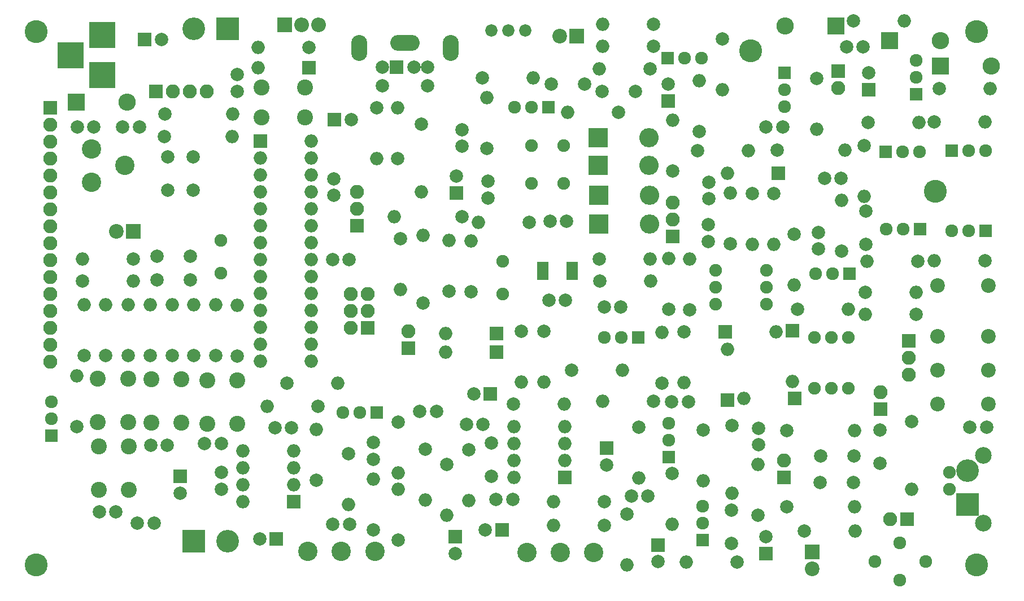
<source format=gbr>
G04 #@! TF.FileFunction,Soldermask,Top*
%FSLAX46Y46*%
G04 Gerber Fmt 4.6, Leading zero omitted, Abs format (unit mm)*
G04 Created by KiCad (PCBNEW 4.0.7) date 12/25/21 23:08:01*
%MOMM*%
%LPD*%
G01*
G04 APERTURE LIST*
%ADD10C,0.100000*%
%ADD11C,2.000000*%
%ADD12O,2.000000X2.000000*%
%ADD13R,2.000000X2.000000*%
%ADD14C,1.920000*%
%ADD15R,1.920000X1.920000*%
%ADD16C,2.900000*%
%ADD17R,2.100000X2.100000*%
%ADD18O,2.100000X2.100000*%
%ADD19R,2.600000X2.600000*%
%ADD20O,2.600000X2.600000*%
%ADD21R,2.200000X2.200000*%
%ADD22C,2.200000*%
%ADD23R,2.900000X2.900000*%
%ADD24O,2.900000X2.900000*%
%ADD25R,3.400000X3.400000*%
%ADD26C,3.400000*%
%ADD27R,3.900000X3.900000*%
%ADD28C,3.448000*%
%ADD29C,2.400000*%
%ADD30O,2.200000X2.200000*%
%ADD31C,1.900000*%
%ADD32R,1.800000X0.700000*%
%ADD33C,2.500000*%
%ADD34C,1.924000*%
%ADD35O,2.400000X3.900000*%
%ADD36O,4.400000X2.400000*%
%ADD37C,1.840000*%
G04 APERTURE END LIST*
D10*
D11*
X180435000Y-69295000D03*
D12*
X188055000Y-69295000D03*
D11*
X124405000Y-101045000D03*
X121905000Y-101045000D03*
X75185000Y-67215000D03*
X75185000Y-69715000D03*
D13*
X89795000Y-73985000D03*
D11*
X92295000Y-73985000D03*
X82645000Y-113545000D03*
D12*
X90265000Y-113545000D03*
D11*
X162335000Y-90895000D03*
X162335000Y-93395000D03*
D14*
X164415000Y-97115000D03*
X161875000Y-97115000D03*
D15*
X166955000Y-97115000D03*
D11*
X156155000Y-78535000D03*
D12*
X166315000Y-78535000D03*
D11*
X149145000Y-92595000D03*
D12*
X149145000Y-84975000D03*
D11*
X179715000Y-74335000D03*
D12*
X187335000Y-74335000D03*
D11*
X187305000Y-95105000D03*
D12*
X179685000Y-95105000D03*
D13*
X124300000Y-127650000D03*
D12*
X116680000Y-120030000D03*
X124300000Y-125110000D03*
X116680000Y-122570000D03*
X124300000Y-122570000D03*
X116680000Y-125110000D03*
X124300000Y-120030000D03*
X116680000Y-127650000D03*
D16*
X123650000Y-138875000D03*
X118650000Y-138875000D03*
X128650000Y-138875000D03*
D11*
X117825000Y-105700000D03*
D12*
X117825000Y-113320000D03*
D13*
X158800000Y-115775000D03*
D12*
X151180000Y-115775000D03*
D17*
X140475000Y-91525000D03*
D18*
X140475000Y-88985000D03*
X140475000Y-86445000D03*
D11*
X118975000Y-89350000D03*
D12*
X111355000Y-89350000D03*
D11*
X121175000Y-105700000D03*
D12*
X121175000Y-113320000D03*
D11*
X80850000Y-120200000D03*
X83350000Y-120200000D03*
X89485000Y-94995000D03*
X91985000Y-94995000D03*
D13*
X61325000Y-61915000D03*
D11*
X63825000Y-61915000D03*
X68595000Y-79515000D03*
X68595000Y-84515000D03*
X64825000Y-79515000D03*
X64825000Y-84515000D03*
X89725000Y-82825000D03*
X89725000Y-85325000D03*
X63145000Y-94495000D03*
X68145000Y-94495000D03*
X63155000Y-98045000D03*
X68155000Y-98045000D03*
X70325000Y-122575000D03*
X72825000Y-122575000D03*
X62215000Y-122795000D03*
X64715000Y-122795000D03*
D13*
X108075000Y-84965000D03*
D11*
X108075000Y-82465000D03*
X112825000Y-85725000D03*
X112825000Y-83225000D03*
D13*
X81050000Y-136900000D03*
D11*
X78550000Y-136900000D03*
X62725000Y-134535000D03*
X60225000Y-134535000D03*
X54535000Y-132815000D03*
X57035000Y-132815000D03*
D13*
X66665000Y-127495000D03*
D11*
X66665000Y-129995000D03*
X127265000Y-68645000D03*
X122265000Y-68645000D03*
X129875000Y-69725000D03*
X134875000Y-69725000D03*
X163225000Y-82785000D03*
X165725000Y-82785000D03*
X116500000Y-130975000D03*
X114000000Y-130975000D03*
X187525000Y-120125000D03*
X185025000Y-120125000D03*
X162650000Y-124450000D03*
X167650000Y-124450000D03*
X171525000Y-120550000D03*
X171525000Y-125550000D03*
X162575000Y-128425000D03*
X167575000Y-128425000D03*
X102575000Y-117700000D03*
X105075000Y-117700000D03*
X89550000Y-134650000D03*
X92050000Y-134650000D03*
X113325000Y-122500000D03*
X113325000Y-127500000D03*
D19*
X51045000Y-71325000D03*
D20*
X58665000Y-71325000D03*
D13*
X85935000Y-66145000D03*
D12*
X78315000Y-66145000D03*
D21*
X59635000Y-90705000D03*
D22*
X57095000Y-90705000D03*
D23*
X129275000Y-76675000D03*
D24*
X136895000Y-76675000D03*
D23*
X129350000Y-85350000D03*
D24*
X136970000Y-85350000D03*
D23*
X129300000Y-80800000D03*
D24*
X136920000Y-80800000D03*
D23*
X129375000Y-89600000D03*
D24*
X136995000Y-89600000D03*
D25*
X73735000Y-60295000D03*
D26*
X68655000Y-60295000D03*
D27*
X54955000Y-67305000D03*
X54955000Y-61305000D03*
X50255000Y-64305000D03*
D28*
X45025000Y-60775000D03*
X45025000Y-140775000D03*
D17*
X63025000Y-69775000D03*
D18*
X65565000Y-69775000D03*
X68105000Y-69775000D03*
X70645000Y-69775000D03*
D28*
X186025000Y-140775000D03*
X186025000Y-60775000D03*
D25*
X68695000Y-137195000D03*
D26*
X73775000Y-137195000D03*
D11*
X64315000Y-76545000D03*
D12*
X74475000Y-76545000D03*
D11*
X64355000Y-73135000D03*
D12*
X74515000Y-73135000D03*
D11*
X108935000Y-88515000D03*
D12*
X98775000Y-88515000D03*
D11*
X102815000Y-74625000D03*
D12*
X102815000Y-84785000D03*
D11*
X176300000Y-119225000D03*
D12*
X176300000Y-129385000D03*
D11*
X157550000Y-132025000D03*
D12*
X167710000Y-132025000D03*
D11*
X103075000Y-101475000D03*
D12*
X103075000Y-91315000D03*
D14*
X144950000Y-134485000D03*
X144950000Y-131945000D03*
D15*
X144950000Y-137025000D03*
D14*
X119310000Y-72125000D03*
X116770000Y-72125000D03*
D15*
X121850000Y-72125000D03*
D14*
X174945000Y-78755000D03*
X177485000Y-78755000D03*
D15*
X172405000Y-78755000D03*
D14*
X93585000Y-117900000D03*
X91045000Y-117900000D03*
D15*
X96125000Y-117900000D03*
D16*
X90825000Y-138750000D03*
X85825000Y-138750000D03*
X95825000Y-138750000D03*
D29*
X78825000Y-73615000D03*
X78825000Y-69115000D03*
X85325000Y-73615000D03*
X85325000Y-69115000D03*
X70745000Y-113075000D03*
X75245000Y-113075000D03*
X70745000Y-119575000D03*
X75245000Y-119575000D03*
X54325000Y-112815000D03*
X58825000Y-112815000D03*
X54325000Y-119315000D03*
X58825000Y-119315000D03*
X54445000Y-122985000D03*
X58945000Y-122985000D03*
X54445000Y-129485000D03*
X58945000Y-129485000D03*
X62365000Y-112925000D03*
X66865000Y-112925000D03*
X62365000Y-119425000D03*
X66865000Y-119425000D03*
D21*
X82295000Y-59705000D03*
D30*
X84835000Y-59705000D03*
X87375000Y-59705000D03*
D31*
X72775000Y-92125000D03*
X72775000Y-97005000D03*
X119300000Y-83525000D03*
X124180000Y-83525000D03*
D13*
X78675000Y-77165000D03*
D12*
X86295000Y-110185000D03*
X78675000Y-79705000D03*
X86295000Y-107645000D03*
X78675000Y-82245000D03*
X86295000Y-105105000D03*
X78675000Y-84785000D03*
X86295000Y-102565000D03*
X78675000Y-87325000D03*
X86295000Y-100025000D03*
X78675000Y-89865000D03*
X86295000Y-97485000D03*
X78675000Y-92405000D03*
X86295000Y-94945000D03*
X78675000Y-94945000D03*
X86295000Y-92405000D03*
X78675000Y-97485000D03*
X86295000Y-89865000D03*
X78675000Y-100025000D03*
X86295000Y-87325000D03*
X78675000Y-102565000D03*
X86295000Y-84785000D03*
X78675000Y-105105000D03*
X86295000Y-82245000D03*
X78675000Y-107645000D03*
X86295000Y-79705000D03*
X78675000Y-110185000D03*
X86295000Y-77165000D03*
D17*
X94735000Y-105175000D03*
D18*
X92195000Y-105175000D03*
X94735000Y-102635000D03*
X92195000Y-102635000D03*
X94735000Y-100095000D03*
X92195000Y-100095000D03*
D11*
X72815000Y-126905000D03*
X72815000Y-129405000D03*
D13*
X83675000Y-131325000D03*
D12*
X76055000Y-123705000D03*
X83675000Y-128785000D03*
X76055000Y-126245000D03*
X83675000Y-126245000D03*
X76055000Y-128785000D03*
X83675000Y-123705000D03*
X76055000Y-131325000D03*
D14*
X184855000Y-90665000D03*
X182315000Y-90665000D03*
D15*
X187395000Y-90665000D03*
D14*
X175015000Y-90385000D03*
X172475000Y-90385000D03*
D15*
X177555000Y-90385000D03*
D14*
X184815000Y-78635000D03*
X187355000Y-78635000D03*
D15*
X182275000Y-78635000D03*
D13*
X139775000Y-71150000D03*
D11*
X139775000Y-68650000D03*
D16*
X58385000Y-80835000D03*
X53345000Y-83335000D03*
X53345000Y-78335000D03*
D17*
X47175000Y-72185000D03*
D18*
X47175000Y-74725000D03*
X47175000Y-77265000D03*
X47175000Y-79805000D03*
X47175000Y-82345000D03*
X47175000Y-84885000D03*
X47175000Y-87425000D03*
X47175000Y-89965000D03*
X47175000Y-92505000D03*
X47175000Y-95045000D03*
X47175000Y-97585000D03*
X47175000Y-100125000D03*
X47175000Y-102665000D03*
X47175000Y-105205000D03*
X47175000Y-107745000D03*
X47175000Y-110285000D03*
D11*
X51205000Y-75075000D03*
X53705000Y-75075000D03*
D17*
X100855000Y-108285000D03*
D18*
X100855000Y-105745000D03*
D11*
X85995000Y-63155000D03*
D12*
X78375000Y-63155000D03*
D11*
X52005000Y-98225000D03*
D12*
X59625000Y-98225000D03*
D11*
X65465000Y-109385000D03*
D12*
X65465000Y-101765000D03*
D11*
X59625000Y-94855000D03*
D12*
X52005000Y-94855000D03*
D11*
X75215000Y-109415000D03*
D12*
X75215000Y-101795000D03*
D11*
X99685000Y-91845000D03*
D12*
X99685000Y-99465000D03*
D11*
X147905000Y-61835000D03*
D12*
X147905000Y-69455000D03*
D11*
X137100000Y-66350000D03*
D12*
X129480000Y-66350000D03*
D11*
X87100000Y-128100000D03*
D12*
X87100000Y-120480000D03*
D11*
X62165000Y-109355000D03*
D12*
X62165000Y-101735000D03*
D11*
X55495000Y-109345000D03*
D12*
X55495000Y-101725000D03*
D11*
X144435000Y-75735000D03*
D12*
X144435000Y-68115000D03*
D11*
X112600000Y-78275000D03*
D12*
X112600000Y-70655000D03*
D11*
X111975000Y-67700000D03*
D12*
X119595000Y-67700000D03*
D11*
X132325000Y-72875000D03*
D12*
X124705000Y-72875000D03*
D11*
X153275000Y-133350000D03*
D12*
X153275000Y-125730000D03*
D11*
X109950000Y-123475000D03*
D12*
X109950000Y-131095000D03*
D11*
X103375000Y-123375000D03*
D12*
X103375000Y-130995000D03*
D11*
X106600000Y-125700000D03*
D12*
X106600000Y-133320000D03*
D11*
X71955000Y-109365000D03*
D12*
X71955000Y-101745000D03*
D11*
X87345000Y-116955000D03*
D12*
X79725000Y-116955000D03*
D11*
X95575000Y-135500000D03*
D12*
X95575000Y-127880000D03*
D11*
X68675000Y-109385000D03*
D12*
X68675000Y-101765000D03*
D11*
X91850000Y-124050000D03*
D12*
X91850000Y-131670000D03*
D11*
X99300000Y-137050000D03*
D12*
X99300000Y-129430000D03*
D11*
X130275000Y-131300000D03*
D12*
X122655000Y-131300000D03*
D11*
X169795000Y-74375000D03*
D12*
X177415000Y-74375000D03*
D11*
X177225000Y-95245000D03*
D12*
X169605000Y-95245000D03*
D11*
X52275000Y-109325000D03*
D12*
X52275000Y-101705000D03*
D11*
X58825000Y-109345000D03*
D12*
X58825000Y-101725000D03*
D11*
X99325000Y-119375000D03*
D12*
X99325000Y-126995000D03*
D11*
X60545000Y-75055000D03*
X58045000Y-75055000D03*
D17*
X171675000Y-117375000D03*
D18*
X171675000Y-114835000D03*
D11*
X112050000Y-119725000D03*
X109550000Y-119725000D03*
D13*
X114035000Y-106075000D03*
D12*
X106415000Y-106075000D03*
D13*
X114025000Y-108855000D03*
D12*
X106405000Y-108855000D03*
D11*
X110255000Y-99755000D03*
D12*
X110255000Y-92135000D03*
D11*
X106925000Y-99715000D03*
D12*
X106925000Y-92095000D03*
D11*
X129500000Y-94900000D03*
D12*
X137120000Y-94900000D03*
D11*
X129550000Y-98175000D03*
D12*
X137170000Y-98175000D03*
D32*
X121025000Y-95675000D03*
X121025000Y-96175000D03*
X121025000Y-96675000D03*
X121025000Y-97175000D03*
X121025000Y-97675000D03*
X125425000Y-97675000D03*
X125425000Y-97175000D03*
X125425000Y-96675000D03*
X125425000Y-96175000D03*
X125425000Y-95675000D03*
D31*
X115000000Y-95225000D03*
X115000000Y-100105000D03*
D11*
X157575000Y-120625000D03*
D12*
X167735000Y-120625000D03*
D31*
X181945000Y-129425000D03*
X181945000Y-126885000D03*
D33*
X187025000Y-124345000D03*
X187025000Y-134505000D03*
D25*
X184673000Y-131711000D03*
D26*
X184673000Y-126631000D03*
D19*
X180605000Y-65885000D03*
D20*
X188225000Y-65885000D03*
D22*
X187775000Y-106465000D03*
X187775000Y-116625000D03*
X187775000Y-111545000D03*
X180175000Y-111545000D03*
X180175000Y-106465000D03*
X180175000Y-116625000D03*
X187775000Y-98845000D03*
X180175000Y-98845000D03*
D11*
X140350000Y-116275000D03*
X142850000Y-116275000D03*
D13*
X158450000Y-105625000D03*
D12*
X158450000Y-113245000D03*
D13*
X148325000Y-105800000D03*
D12*
X155945000Y-105800000D03*
D13*
X148675000Y-116050000D03*
D12*
X148675000Y-108430000D03*
D11*
X137575000Y-116250000D03*
D12*
X129955000Y-116250000D03*
D11*
X150100000Y-140325000D03*
D12*
X142480000Y-140325000D03*
D11*
X176985000Y-103165000D03*
D12*
X169365000Y-103165000D03*
D13*
X169875000Y-69455000D03*
D11*
X169875000Y-66955000D03*
D19*
X172975000Y-62105000D03*
D20*
X180595000Y-62105000D03*
D14*
X157275000Y-69445000D03*
X157275000Y-71985000D03*
D15*
X157275000Y-66905000D03*
D11*
X167585000Y-59145000D03*
D12*
X175205000Y-59145000D03*
D17*
X93115000Y-89915000D03*
D18*
X93115000Y-87375000D03*
X93115000Y-84835000D03*
D17*
X165265000Y-66695000D03*
D18*
X165265000Y-69235000D03*
D11*
X169345000Y-99885000D03*
D12*
X176965000Y-99885000D03*
D13*
X107900000Y-136550000D03*
D11*
X107900000Y-139050000D03*
D13*
X113155000Y-115105000D03*
D11*
X110655000Y-115105000D03*
D31*
X166815000Y-106615000D03*
X166815000Y-114235000D03*
X164275000Y-106615000D03*
X164275000Y-114235000D03*
X161735000Y-106615000D03*
X161735000Y-114235000D03*
X154545000Y-101645000D03*
X146925000Y-101645000D03*
X154545000Y-99105000D03*
X146925000Y-99105000D03*
X154545000Y-96565000D03*
X146925000Y-96565000D03*
D17*
X175585000Y-133925000D03*
D18*
X173045000Y-133925000D03*
D34*
X178375000Y-140285000D03*
X170755000Y-140285000D03*
X174501500Y-137491000D03*
X174501500Y-143079000D03*
D21*
X161405000Y-138815000D03*
D22*
X161405000Y-141355000D03*
D11*
X160200000Y-135675000D03*
D12*
X167820000Y-135675000D03*
D17*
X157135000Y-127605000D03*
D18*
X157135000Y-125065000D03*
D13*
X156295000Y-81975000D03*
D12*
X148675000Y-81975000D03*
D11*
X159175000Y-102425000D03*
D12*
X166795000Y-102425000D03*
D11*
X108900000Y-75475000D03*
X108900000Y-77975000D03*
X165795000Y-93715000D03*
D12*
X165795000Y-86095000D03*
D11*
X152445000Y-85045000D03*
D12*
X152445000Y-92665000D03*
D11*
X154455000Y-75105000D03*
X156955000Y-75105000D03*
X155625000Y-85045000D03*
D12*
X155625000Y-92665000D03*
D11*
X122100000Y-89250000D03*
X124600000Y-89250000D03*
D13*
X154425000Y-139050000D03*
D11*
X154425000Y-136550000D03*
D13*
X138250000Y-137800000D03*
D11*
X138250000Y-140300000D03*
X145825000Y-89725000D03*
X145825000Y-92225000D03*
D13*
X130575000Y-123265000D03*
D11*
X130575000Y-125765000D03*
D13*
X114900000Y-135500000D03*
D11*
X112400000Y-135500000D03*
X136775000Y-130450000D03*
X134275000Y-130450000D03*
X130200000Y-102075000D03*
X132700000Y-102075000D03*
X145875000Y-83350000D03*
X145875000Y-85850000D03*
X95600000Y-124900000D03*
X95600000Y-122400000D03*
D19*
X164985000Y-59875000D03*
D20*
X157365000Y-59875000D03*
D17*
X175855000Y-107145000D03*
D18*
X175855000Y-109685000D03*
X175855000Y-112225000D03*
D11*
X149350000Y-119900000D03*
D12*
X149350000Y-130060000D03*
D14*
X132760000Y-106675000D03*
X130220000Y-106675000D03*
D15*
X135300000Y-106675000D03*
D14*
X139875000Y-122035000D03*
X139875000Y-119495000D03*
D15*
X139875000Y-124575000D03*
D14*
X142245000Y-64765000D03*
X144785000Y-64765000D03*
D15*
X139705000Y-64765000D03*
D14*
X176995000Y-67615000D03*
X176995000Y-65075000D03*
D15*
X176995000Y-70155000D03*
D11*
X143000000Y-102500000D03*
D12*
X143000000Y-94880000D03*
D11*
X125300000Y-111550000D03*
D12*
X132920000Y-111550000D03*
D11*
X142175000Y-105800000D03*
D12*
X142175000Y-113420000D03*
D11*
X145075000Y-120550000D03*
D12*
X145075000Y-128170000D03*
D11*
X133650000Y-133125000D03*
D12*
X133650000Y-140745000D03*
D11*
X138875000Y-113475000D03*
D12*
X138875000Y-105855000D03*
D11*
X140425000Y-127075000D03*
D12*
X140425000Y-134695000D03*
D11*
X135400000Y-120150000D03*
D12*
X135400000Y-127770000D03*
D11*
X116575000Y-116600000D03*
D12*
X124195000Y-116600000D03*
D11*
X130250000Y-134875000D03*
D12*
X122630000Y-134875000D03*
D11*
X137575000Y-62975000D03*
D12*
X129955000Y-62975000D03*
D11*
X158645000Y-91135000D03*
D12*
X158645000Y-98755000D03*
D11*
X144195000Y-78655000D03*
D12*
X151815000Y-78655000D03*
D11*
X140455000Y-81645000D03*
D12*
X140455000Y-74025000D03*
D11*
X139875000Y-102425000D03*
D12*
X139875000Y-94805000D03*
D31*
X119275000Y-77825000D03*
X124155000Y-77825000D03*
D11*
X153350000Y-122775000D03*
X153350000Y-120275000D03*
X149250000Y-132525000D03*
X149250000Y-137525000D03*
D35*
X107225000Y-63225000D03*
X93525000Y-63225000D03*
D13*
X99075000Y-66075000D03*
D11*
X101675000Y-66075000D03*
X96975000Y-66075000D03*
X103775000Y-66075000D03*
X96975000Y-68875000D03*
X103775000Y-68875000D03*
D36*
X100375000Y-62425000D03*
D11*
X96095000Y-72175000D03*
D12*
X96095000Y-79795000D03*
D11*
X99285000Y-79785000D03*
D12*
X99285000Y-72165000D03*
D28*
X152165000Y-63645000D03*
X179835000Y-84695000D03*
D21*
X126115000Y-61455000D03*
D22*
X123575000Y-61455000D03*
D11*
X137575000Y-59675000D03*
D12*
X129955000Y-59675000D03*
D11*
X169405000Y-87705000D03*
X169405000Y-92705000D03*
D14*
X47335000Y-118835000D03*
X47335000Y-116295000D03*
D15*
X47335000Y-121375000D03*
D11*
X51165000Y-120055000D03*
D12*
X51165000Y-112435000D03*
D11*
X169045000Y-63035000D03*
X166545000Y-63035000D03*
X162055000Y-67755000D03*
D12*
X162055000Y-75375000D03*
D37*
X113325000Y-60575000D03*
X115865000Y-60575000D03*
X118405000Y-60575000D03*
D11*
X169175000Y-77845000D03*
D12*
X169175000Y-85465000D03*
M02*

</source>
